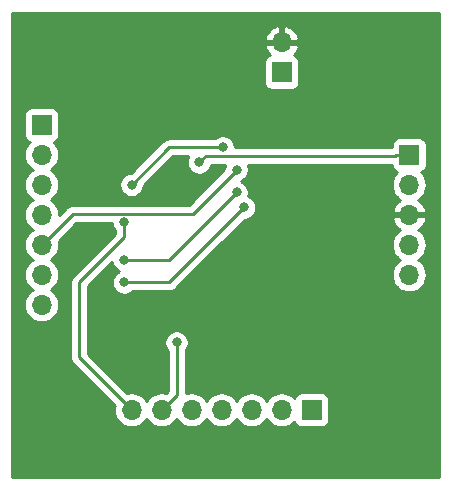
<source format=gbr>
G04 #@! TF.GenerationSoftware,KiCad,Pcbnew,(5.1.4)-1*
G04 #@! TF.CreationDate,2019-11-25T23:53:57+00:00*
G04 #@! TF.ProjectId,KeyPad BCD encoder,4b657950-6164-4204-9243-4420656e636f,rev?*
G04 #@! TF.SameCoordinates,Original*
G04 #@! TF.FileFunction,Copper,L2,Bot*
G04 #@! TF.FilePolarity,Positive*
%FSLAX46Y46*%
G04 Gerber Fmt 4.6, Leading zero omitted, Abs format (unit mm)*
G04 Created by KiCad (PCBNEW (5.1.4)-1) date 2019-11-25 23:53:57*
%MOMM*%
%LPD*%
G04 APERTURE LIST*
%ADD10O,1.700000X1.700000*%
%ADD11R,1.700000X1.700000*%
%ADD12C,0.800000*%
%ADD13C,0.250000*%
%ADD14C,0.254000*%
G04 APERTURE END LIST*
D10*
X156845000Y-71755000D03*
D11*
X156845000Y-74295000D03*
D10*
X167640000Y-91440000D03*
X167640000Y-88900000D03*
X167640000Y-86360000D03*
X167640000Y-83820000D03*
D11*
X167640000Y-81280000D03*
D10*
X144145000Y-102870000D03*
X146685000Y-102870000D03*
X149225000Y-102870000D03*
X151765000Y-102870000D03*
X154305000Y-102870000D03*
X156845000Y-102870000D03*
D11*
X159385000Y-102870000D03*
D10*
X136525000Y-93980000D03*
X136525000Y-91440000D03*
X136525000Y-88900000D03*
X136525000Y-86360000D03*
X136525000Y-83820000D03*
X136525000Y-81280000D03*
D11*
X136525000Y-78740000D03*
D12*
X161290000Y-82550000D03*
X144145000Y-83820000D03*
X151855000Y-80645000D03*
X153035000Y-82550000D03*
X143510000Y-90170000D03*
X153035000Y-84455000D03*
X143510000Y-92075000D03*
X153670000Y-85725000D03*
X147955000Y-97155000D03*
X143510000Y-86995000D03*
X149860000Y-81915000D03*
D13*
X165100000Y-86360000D02*
X161290000Y-82550000D01*
X144145000Y-83820000D02*
X147320000Y-80645000D01*
X147320000Y-80645000D02*
X151855000Y-80645000D01*
X149315001Y-86269999D02*
X153035000Y-82550000D01*
X136525000Y-88900000D02*
X139155001Y-86269999D01*
X139155001Y-86269999D02*
X149315001Y-86269999D01*
X143510000Y-90170000D02*
X147320000Y-90170000D01*
X147320000Y-90170000D02*
X153035000Y-84455000D01*
X143510000Y-92075000D02*
X147320000Y-92075000D01*
X147320000Y-92075000D02*
X153670000Y-85725000D01*
X147955000Y-101600000D02*
X146685000Y-102870000D01*
X147955000Y-97155000D02*
X147955000Y-101600000D01*
X143510000Y-86995000D02*
X143510000Y-88265000D01*
X143510000Y-88265000D02*
X139700000Y-92075000D01*
X139700000Y-98425000D02*
X144145000Y-102870000D01*
X139700000Y-92075000D02*
X139700000Y-98425000D01*
X166540000Y-81280000D02*
X167640000Y-81280000D01*
X166449999Y-81370001D02*
X166540000Y-81280000D01*
X150404999Y-81370001D02*
X166449999Y-81370001D01*
X149860000Y-81915000D02*
X150404999Y-81370001D01*
D14*
G36*
X170130001Y-108535000D02*
G01*
X134035000Y-108535000D01*
X134035000Y-81280000D01*
X135032815Y-81280000D01*
X135061487Y-81571111D01*
X135146401Y-81851034D01*
X135284294Y-82109014D01*
X135469866Y-82335134D01*
X135695986Y-82520706D01*
X135750791Y-82550000D01*
X135695986Y-82579294D01*
X135469866Y-82764866D01*
X135284294Y-82990986D01*
X135146401Y-83248966D01*
X135061487Y-83528889D01*
X135032815Y-83820000D01*
X135061487Y-84111111D01*
X135146401Y-84391034D01*
X135284294Y-84649014D01*
X135469866Y-84875134D01*
X135695986Y-85060706D01*
X135750791Y-85090000D01*
X135695986Y-85119294D01*
X135469866Y-85304866D01*
X135284294Y-85530986D01*
X135146401Y-85788966D01*
X135061487Y-86068889D01*
X135032815Y-86360000D01*
X135061487Y-86651111D01*
X135146401Y-86931034D01*
X135284294Y-87189014D01*
X135469866Y-87415134D01*
X135695986Y-87600706D01*
X135750791Y-87630000D01*
X135695986Y-87659294D01*
X135469866Y-87844866D01*
X135284294Y-88070986D01*
X135146401Y-88328966D01*
X135061487Y-88608889D01*
X135032815Y-88900000D01*
X135061487Y-89191111D01*
X135146401Y-89471034D01*
X135284294Y-89729014D01*
X135469866Y-89955134D01*
X135695986Y-90140706D01*
X135750791Y-90170000D01*
X135695986Y-90199294D01*
X135469866Y-90384866D01*
X135284294Y-90610986D01*
X135146401Y-90868966D01*
X135061487Y-91148889D01*
X135032815Y-91440000D01*
X135061487Y-91731111D01*
X135146401Y-92011034D01*
X135284294Y-92269014D01*
X135469866Y-92495134D01*
X135695986Y-92680706D01*
X135750791Y-92710000D01*
X135695986Y-92739294D01*
X135469866Y-92924866D01*
X135284294Y-93150986D01*
X135146401Y-93408966D01*
X135061487Y-93688889D01*
X135032815Y-93980000D01*
X135061487Y-94271111D01*
X135146401Y-94551034D01*
X135284294Y-94809014D01*
X135469866Y-95035134D01*
X135695986Y-95220706D01*
X135953966Y-95358599D01*
X136233889Y-95443513D01*
X136452050Y-95465000D01*
X136597950Y-95465000D01*
X136816111Y-95443513D01*
X137096034Y-95358599D01*
X137354014Y-95220706D01*
X137580134Y-95035134D01*
X137765706Y-94809014D01*
X137903599Y-94551034D01*
X137988513Y-94271111D01*
X138017185Y-93980000D01*
X137988513Y-93688889D01*
X137903599Y-93408966D01*
X137765706Y-93150986D01*
X137580134Y-92924866D01*
X137354014Y-92739294D01*
X137299209Y-92710000D01*
X137354014Y-92680706D01*
X137580134Y-92495134D01*
X137765706Y-92269014D01*
X137903599Y-92011034D01*
X137988513Y-91731111D01*
X138017185Y-91440000D01*
X137988513Y-91148889D01*
X137903599Y-90868966D01*
X137765706Y-90610986D01*
X137580134Y-90384866D01*
X137354014Y-90199294D01*
X137299209Y-90170000D01*
X137354014Y-90140706D01*
X137580134Y-89955134D01*
X137765706Y-89729014D01*
X137903599Y-89471034D01*
X137988513Y-89191111D01*
X138017185Y-88900000D01*
X137988513Y-88608889D01*
X137965797Y-88534004D01*
X139469803Y-87029999D01*
X142475000Y-87029999D01*
X142475000Y-87096939D01*
X142514774Y-87296898D01*
X142592795Y-87485256D01*
X142706063Y-87654774D01*
X142750001Y-87698712D01*
X142750001Y-87950197D01*
X139189003Y-91511196D01*
X139159999Y-91534999D01*
X139119175Y-91584744D01*
X139065026Y-91650724D01*
X139022058Y-91731111D01*
X138994454Y-91782754D01*
X138950997Y-91926015D01*
X138940000Y-92037668D01*
X138940000Y-92037678D01*
X138936324Y-92075000D01*
X138940000Y-92112323D01*
X138940001Y-98387668D01*
X138936324Y-98425000D01*
X138950998Y-98573985D01*
X138994454Y-98717246D01*
X139065026Y-98849276D01*
X139136201Y-98936002D01*
X139160000Y-98965001D01*
X139188998Y-98988799D01*
X142704203Y-102504005D01*
X142681487Y-102578889D01*
X142652815Y-102870000D01*
X142681487Y-103161111D01*
X142766401Y-103441034D01*
X142904294Y-103699014D01*
X143089866Y-103925134D01*
X143315986Y-104110706D01*
X143573966Y-104248599D01*
X143853889Y-104333513D01*
X144072050Y-104355000D01*
X144217950Y-104355000D01*
X144436111Y-104333513D01*
X144716034Y-104248599D01*
X144974014Y-104110706D01*
X145200134Y-103925134D01*
X145385706Y-103699014D01*
X145415000Y-103644209D01*
X145444294Y-103699014D01*
X145629866Y-103925134D01*
X145855986Y-104110706D01*
X146113966Y-104248599D01*
X146393889Y-104333513D01*
X146612050Y-104355000D01*
X146757950Y-104355000D01*
X146976111Y-104333513D01*
X147256034Y-104248599D01*
X147514014Y-104110706D01*
X147740134Y-103925134D01*
X147925706Y-103699014D01*
X147955000Y-103644209D01*
X147984294Y-103699014D01*
X148169866Y-103925134D01*
X148395986Y-104110706D01*
X148653966Y-104248599D01*
X148933889Y-104333513D01*
X149152050Y-104355000D01*
X149297950Y-104355000D01*
X149516111Y-104333513D01*
X149796034Y-104248599D01*
X150054014Y-104110706D01*
X150280134Y-103925134D01*
X150465706Y-103699014D01*
X150495000Y-103644209D01*
X150524294Y-103699014D01*
X150709866Y-103925134D01*
X150935986Y-104110706D01*
X151193966Y-104248599D01*
X151473889Y-104333513D01*
X151692050Y-104355000D01*
X151837950Y-104355000D01*
X152056111Y-104333513D01*
X152336034Y-104248599D01*
X152594014Y-104110706D01*
X152820134Y-103925134D01*
X153005706Y-103699014D01*
X153035000Y-103644209D01*
X153064294Y-103699014D01*
X153249866Y-103925134D01*
X153475986Y-104110706D01*
X153733966Y-104248599D01*
X154013889Y-104333513D01*
X154232050Y-104355000D01*
X154377950Y-104355000D01*
X154596111Y-104333513D01*
X154876034Y-104248599D01*
X155134014Y-104110706D01*
X155360134Y-103925134D01*
X155545706Y-103699014D01*
X155575000Y-103644209D01*
X155604294Y-103699014D01*
X155789866Y-103925134D01*
X156015986Y-104110706D01*
X156273966Y-104248599D01*
X156553889Y-104333513D01*
X156772050Y-104355000D01*
X156917950Y-104355000D01*
X157136111Y-104333513D01*
X157416034Y-104248599D01*
X157674014Y-104110706D01*
X157900134Y-103925134D01*
X157924607Y-103895313D01*
X157945498Y-103964180D01*
X158004463Y-104074494D01*
X158083815Y-104171185D01*
X158180506Y-104250537D01*
X158290820Y-104309502D01*
X158410518Y-104345812D01*
X158535000Y-104358072D01*
X160235000Y-104358072D01*
X160359482Y-104345812D01*
X160479180Y-104309502D01*
X160589494Y-104250537D01*
X160686185Y-104171185D01*
X160765537Y-104074494D01*
X160824502Y-103964180D01*
X160860812Y-103844482D01*
X160873072Y-103720000D01*
X160873072Y-102020000D01*
X160860812Y-101895518D01*
X160824502Y-101775820D01*
X160765537Y-101665506D01*
X160686185Y-101568815D01*
X160589494Y-101489463D01*
X160479180Y-101430498D01*
X160359482Y-101394188D01*
X160235000Y-101381928D01*
X158535000Y-101381928D01*
X158410518Y-101394188D01*
X158290820Y-101430498D01*
X158180506Y-101489463D01*
X158083815Y-101568815D01*
X158004463Y-101665506D01*
X157945498Y-101775820D01*
X157924607Y-101844687D01*
X157900134Y-101814866D01*
X157674014Y-101629294D01*
X157416034Y-101491401D01*
X157136111Y-101406487D01*
X156917950Y-101385000D01*
X156772050Y-101385000D01*
X156553889Y-101406487D01*
X156273966Y-101491401D01*
X156015986Y-101629294D01*
X155789866Y-101814866D01*
X155604294Y-102040986D01*
X155575000Y-102095791D01*
X155545706Y-102040986D01*
X155360134Y-101814866D01*
X155134014Y-101629294D01*
X154876034Y-101491401D01*
X154596111Y-101406487D01*
X154377950Y-101385000D01*
X154232050Y-101385000D01*
X154013889Y-101406487D01*
X153733966Y-101491401D01*
X153475986Y-101629294D01*
X153249866Y-101814866D01*
X153064294Y-102040986D01*
X153035000Y-102095791D01*
X153005706Y-102040986D01*
X152820134Y-101814866D01*
X152594014Y-101629294D01*
X152336034Y-101491401D01*
X152056111Y-101406487D01*
X151837950Y-101385000D01*
X151692050Y-101385000D01*
X151473889Y-101406487D01*
X151193966Y-101491401D01*
X150935986Y-101629294D01*
X150709866Y-101814866D01*
X150524294Y-102040986D01*
X150495000Y-102095791D01*
X150465706Y-102040986D01*
X150280134Y-101814866D01*
X150054014Y-101629294D01*
X149796034Y-101491401D01*
X149516111Y-101406487D01*
X149297950Y-101385000D01*
X149152050Y-101385000D01*
X148933889Y-101406487D01*
X148715000Y-101472886D01*
X148715000Y-97858711D01*
X148758937Y-97814774D01*
X148872205Y-97645256D01*
X148950226Y-97456898D01*
X148990000Y-97256939D01*
X148990000Y-97053061D01*
X148950226Y-96853102D01*
X148872205Y-96664744D01*
X148758937Y-96495226D01*
X148614774Y-96351063D01*
X148445256Y-96237795D01*
X148256898Y-96159774D01*
X148056939Y-96120000D01*
X147853061Y-96120000D01*
X147653102Y-96159774D01*
X147464744Y-96237795D01*
X147295226Y-96351063D01*
X147151063Y-96495226D01*
X147037795Y-96664744D01*
X146959774Y-96853102D01*
X146920000Y-97053061D01*
X146920000Y-97256939D01*
X146959774Y-97456898D01*
X147037795Y-97645256D01*
X147151063Y-97814774D01*
X147195000Y-97858711D01*
X147195001Y-101285197D01*
X147050995Y-101429203D01*
X146976111Y-101406487D01*
X146757950Y-101385000D01*
X146612050Y-101385000D01*
X146393889Y-101406487D01*
X146113966Y-101491401D01*
X145855986Y-101629294D01*
X145629866Y-101814866D01*
X145444294Y-102040986D01*
X145415000Y-102095791D01*
X145385706Y-102040986D01*
X145200134Y-101814866D01*
X144974014Y-101629294D01*
X144716034Y-101491401D01*
X144436111Y-101406487D01*
X144217950Y-101385000D01*
X144072050Y-101385000D01*
X143853889Y-101406487D01*
X143779005Y-101429203D01*
X140460000Y-98110199D01*
X140460000Y-92389801D01*
X142492066Y-90357736D01*
X142514774Y-90471898D01*
X142592795Y-90660256D01*
X142706063Y-90829774D01*
X142850226Y-90973937D01*
X143019744Y-91087205D01*
X143104953Y-91122500D01*
X143019744Y-91157795D01*
X142850226Y-91271063D01*
X142706063Y-91415226D01*
X142592795Y-91584744D01*
X142514774Y-91773102D01*
X142475000Y-91973061D01*
X142475000Y-92176939D01*
X142514774Y-92376898D01*
X142592795Y-92565256D01*
X142706063Y-92734774D01*
X142850226Y-92878937D01*
X143019744Y-92992205D01*
X143208102Y-93070226D01*
X143408061Y-93110000D01*
X143611939Y-93110000D01*
X143811898Y-93070226D01*
X144000256Y-92992205D01*
X144169774Y-92878937D01*
X144213711Y-92835000D01*
X147282678Y-92835000D01*
X147320000Y-92838676D01*
X147357322Y-92835000D01*
X147357333Y-92835000D01*
X147468986Y-92824003D01*
X147612247Y-92780546D01*
X147744276Y-92709974D01*
X147860001Y-92615001D01*
X147883804Y-92585997D01*
X151569801Y-88900000D01*
X166147815Y-88900000D01*
X166176487Y-89191111D01*
X166261401Y-89471034D01*
X166399294Y-89729014D01*
X166584866Y-89955134D01*
X166810986Y-90140706D01*
X166865791Y-90170000D01*
X166810986Y-90199294D01*
X166584866Y-90384866D01*
X166399294Y-90610986D01*
X166261401Y-90868966D01*
X166176487Y-91148889D01*
X166147815Y-91440000D01*
X166176487Y-91731111D01*
X166261401Y-92011034D01*
X166399294Y-92269014D01*
X166584866Y-92495134D01*
X166810986Y-92680706D01*
X167068966Y-92818599D01*
X167348889Y-92903513D01*
X167567050Y-92925000D01*
X167712950Y-92925000D01*
X167931111Y-92903513D01*
X168211034Y-92818599D01*
X168469014Y-92680706D01*
X168695134Y-92495134D01*
X168880706Y-92269014D01*
X169018599Y-92011034D01*
X169103513Y-91731111D01*
X169132185Y-91440000D01*
X169103513Y-91148889D01*
X169018599Y-90868966D01*
X168880706Y-90610986D01*
X168695134Y-90384866D01*
X168469014Y-90199294D01*
X168414209Y-90170000D01*
X168469014Y-90140706D01*
X168695134Y-89955134D01*
X168880706Y-89729014D01*
X169018599Y-89471034D01*
X169103513Y-89191111D01*
X169132185Y-88900000D01*
X169103513Y-88608889D01*
X169018599Y-88328966D01*
X168880706Y-88070986D01*
X168695134Y-87844866D01*
X168469014Y-87659294D01*
X168404477Y-87624799D01*
X168521355Y-87555178D01*
X168737588Y-87360269D01*
X168911641Y-87126920D01*
X169036825Y-86864099D01*
X169081476Y-86716890D01*
X168960155Y-86487000D01*
X167767000Y-86487000D01*
X167767000Y-86507000D01*
X167513000Y-86507000D01*
X167513000Y-86487000D01*
X166319845Y-86487000D01*
X166198524Y-86716890D01*
X166243175Y-86864099D01*
X166368359Y-87126920D01*
X166542412Y-87360269D01*
X166758645Y-87555178D01*
X166875523Y-87624799D01*
X166810986Y-87659294D01*
X166584866Y-87844866D01*
X166399294Y-88070986D01*
X166261401Y-88328966D01*
X166176487Y-88608889D01*
X166147815Y-88900000D01*
X151569801Y-88900000D01*
X153709802Y-86760000D01*
X153771939Y-86760000D01*
X153971898Y-86720226D01*
X154160256Y-86642205D01*
X154329774Y-86528937D01*
X154473937Y-86384774D01*
X154587205Y-86215256D01*
X154665226Y-86026898D01*
X154705000Y-85826939D01*
X154705000Y-85623061D01*
X154665226Y-85423102D01*
X154587205Y-85234744D01*
X154473937Y-85065226D01*
X154329774Y-84921063D01*
X154160256Y-84807795D01*
X154030771Y-84754160D01*
X154070000Y-84556939D01*
X154070000Y-84353061D01*
X154030226Y-84153102D01*
X153952205Y-83964744D01*
X153838937Y-83795226D01*
X153694774Y-83651063D01*
X153525256Y-83537795D01*
X153440047Y-83502500D01*
X153525256Y-83467205D01*
X153694774Y-83353937D01*
X153838937Y-83209774D01*
X153952205Y-83040256D01*
X154030226Y-82851898D01*
X154070000Y-82651939D01*
X154070000Y-82448061D01*
X154030226Y-82248102D01*
X153981307Y-82130001D01*
X166151928Y-82130001D01*
X166164188Y-82254482D01*
X166200498Y-82374180D01*
X166259463Y-82484494D01*
X166338815Y-82581185D01*
X166435506Y-82660537D01*
X166545820Y-82719502D01*
X166614687Y-82740393D01*
X166584866Y-82764866D01*
X166399294Y-82990986D01*
X166261401Y-83248966D01*
X166176487Y-83528889D01*
X166147815Y-83820000D01*
X166176487Y-84111111D01*
X166261401Y-84391034D01*
X166399294Y-84649014D01*
X166584866Y-84875134D01*
X166810986Y-85060706D01*
X166875523Y-85095201D01*
X166758645Y-85164822D01*
X166542412Y-85359731D01*
X166368359Y-85593080D01*
X166243175Y-85855901D01*
X166198524Y-86003110D01*
X166319845Y-86233000D01*
X167513000Y-86233000D01*
X167513000Y-86213000D01*
X167767000Y-86213000D01*
X167767000Y-86233000D01*
X168960155Y-86233000D01*
X169081476Y-86003110D01*
X169036825Y-85855901D01*
X168911641Y-85593080D01*
X168737588Y-85359731D01*
X168521355Y-85164822D01*
X168404477Y-85095201D01*
X168469014Y-85060706D01*
X168695134Y-84875134D01*
X168880706Y-84649014D01*
X169018599Y-84391034D01*
X169103513Y-84111111D01*
X169132185Y-83820000D01*
X169103513Y-83528889D01*
X169018599Y-83248966D01*
X168880706Y-82990986D01*
X168695134Y-82764866D01*
X168665313Y-82740393D01*
X168734180Y-82719502D01*
X168844494Y-82660537D01*
X168941185Y-82581185D01*
X169020537Y-82484494D01*
X169079502Y-82374180D01*
X169115812Y-82254482D01*
X169128072Y-82130000D01*
X169128072Y-80430000D01*
X169115812Y-80305518D01*
X169079502Y-80185820D01*
X169020537Y-80075506D01*
X168941185Y-79978815D01*
X168844494Y-79899463D01*
X168734180Y-79840498D01*
X168614482Y-79804188D01*
X168490000Y-79791928D01*
X166790000Y-79791928D01*
X166665518Y-79804188D01*
X166545820Y-79840498D01*
X166435506Y-79899463D01*
X166338815Y-79978815D01*
X166259463Y-80075506D01*
X166200498Y-80185820D01*
X166164188Y-80305518D01*
X166151928Y-80430000D01*
X166151928Y-80610001D01*
X152890000Y-80610001D01*
X152890000Y-80543061D01*
X152850226Y-80343102D01*
X152772205Y-80154744D01*
X152658937Y-79985226D01*
X152514774Y-79841063D01*
X152345256Y-79727795D01*
X152156898Y-79649774D01*
X151956939Y-79610000D01*
X151753061Y-79610000D01*
X151553102Y-79649774D01*
X151364744Y-79727795D01*
X151195226Y-79841063D01*
X151151289Y-79885000D01*
X147357322Y-79885000D01*
X147319999Y-79881324D01*
X147282676Y-79885000D01*
X147282667Y-79885000D01*
X147171014Y-79895997D01*
X147027753Y-79939454D01*
X146895723Y-80010026D01*
X146815936Y-80075506D01*
X146779999Y-80104999D01*
X146756201Y-80133997D01*
X144105199Y-82785000D01*
X144043061Y-82785000D01*
X143843102Y-82824774D01*
X143654744Y-82902795D01*
X143485226Y-83016063D01*
X143341063Y-83160226D01*
X143227795Y-83329744D01*
X143149774Y-83518102D01*
X143110000Y-83718061D01*
X143110000Y-83921939D01*
X143149774Y-84121898D01*
X143227795Y-84310256D01*
X143341063Y-84479774D01*
X143485226Y-84623937D01*
X143654744Y-84737205D01*
X143843102Y-84815226D01*
X144043061Y-84855000D01*
X144246939Y-84855000D01*
X144446898Y-84815226D01*
X144635256Y-84737205D01*
X144804774Y-84623937D01*
X144948937Y-84479774D01*
X145062205Y-84310256D01*
X145140226Y-84121898D01*
X145180000Y-83921939D01*
X145180000Y-83859801D01*
X147634802Y-81405000D01*
X148955987Y-81405000D01*
X148942795Y-81424744D01*
X148864774Y-81613102D01*
X148825000Y-81813061D01*
X148825000Y-82016939D01*
X148864774Y-82216898D01*
X148942795Y-82405256D01*
X149056063Y-82574774D01*
X149200226Y-82718937D01*
X149369744Y-82832205D01*
X149558102Y-82910226D01*
X149758061Y-82950000D01*
X149961939Y-82950000D01*
X150161898Y-82910226D01*
X150350256Y-82832205D01*
X150519774Y-82718937D01*
X150663937Y-82574774D01*
X150777205Y-82405256D01*
X150855226Y-82216898D01*
X150872511Y-82130001D01*
X152088693Y-82130001D01*
X152039774Y-82248102D01*
X152000000Y-82448061D01*
X152000000Y-82510198D01*
X149000200Y-85509999D01*
X139192323Y-85509999D01*
X139155000Y-85506323D01*
X139117677Y-85509999D01*
X139117668Y-85509999D01*
X139006015Y-85520996D01*
X138862754Y-85564453D01*
X138730724Y-85635025D01*
X138647084Y-85703667D01*
X138615000Y-85729998D01*
X138591202Y-85758996D01*
X138014765Y-86335433D01*
X137988513Y-86068889D01*
X137903599Y-85788966D01*
X137765706Y-85530986D01*
X137580134Y-85304866D01*
X137354014Y-85119294D01*
X137299209Y-85090000D01*
X137354014Y-85060706D01*
X137580134Y-84875134D01*
X137765706Y-84649014D01*
X137903599Y-84391034D01*
X137988513Y-84111111D01*
X138017185Y-83820000D01*
X137988513Y-83528889D01*
X137903599Y-83248966D01*
X137765706Y-82990986D01*
X137580134Y-82764866D01*
X137354014Y-82579294D01*
X137299209Y-82550000D01*
X137354014Y-82520706D01*
X137580134Y-82335134D01*
X137765706Y-82109014D01*
X137903599Y-81851034D01*
X137988513Y-81571111D01*
X138017185Y-81280000D01*
X137988513Y-80988889D01*
X137903599Y-80708966D01*
X137765706Y-80450986D01*
X137580134Y-80224866D01*
X137550313Y-80200393D01*
X137619180Y-80179502D01*
X137729494Y-80120537D01*
X137826185Y-80041185D01*
X137905537Y-79944494D01*
X137964502Y-79834180D01*
X138000812Y-79714482D01*
X138013072Y-79590000D01*
X138013072Y-77890000D01*
X138000812Y-77765518D01*
X137964502Y-77645820D01*
X137905537Y-77535506D01*
X137826185Y-77438815D01*
X137729494Y-77359463D01*
X137619180Y-77300498D01*
X137499482Y-77264188D01*
X137375000Y-77251928D01*
X135675000Y-77251928D01*
X135550518Y-77264188D01*
X135430820Y-77300498D01*
X135320506Y-77359463D01*
X135223815Y-77438815D01*
X135144463Y-77535506D01*
X135085498Y-77645820D01*
X135049188Y-77765518D01*
X135036928Y-77890000D01*
X135036928Y-79590000D01*
X135049188Y-79714482D01*
X135085498Y-79834180D01*
X135144463Y-79944494D01*
X135223815Y-80041185D01*
X135320506Y-80120537D01*
X135430820Y-80179502D01*
X135499687Y-80200393D01*
X135469866Y-80224866D01*
X135284294Y-80450986D01*
X135146401Y-80708966D01*
X135061487Y-80988889D01*
X135032815Y-81280000D01*
X134035000Y-81280000D01*
X134035000Y-73445000D01*
X155356928Y-73445000D01*
X155356928Y-75145000D01*
X155369188Y-75269482D01*
X155405498Y-75389180D01*
X155464463Y-75499494D01*
X155543815Y-75596185D01*
X155640506Y-75675537D01*
X155750820Y-75734502D01*
X155870518Y-75770812D01*
X155995000Y-75783072D01*
X157695000Y-75783072D01*
X157819482Y-75770812D01*
X157939180Y-75734502D01*
X158049494Y-75675537D01*
X158146185Y-75596185D01*
X158225537Y-75499494D01*
X158284502Y-75389180D01*
X158320812Y-75269482D01*
X158333072Y-75145000D01*
X158333072Y-73445000D01*
X158320812Y-73320518D01*
X158284502Y-73200820D01*
X158225537Y-73090506D01*
X158146185Y-72993815D01*
X158049494Y-72914463D01*
X157939180Y-72855498D01*
X157858534Y-72831034D01*
X157942588Y-72755269D01*
X158116641Y-72521920D01*
X158241825Y-72259099D01*
X158286476Y-72111890D01*
X158165155Y-71882000D01*
X156972000Y-71882000D01*
X156972000Y-71902000D01*
X156718000Y-71902000D01*
X156718000Y-71882000D01*
X155524845Y-71882000D01*
X155403524Y-72111890D01*
X155448175Y-72259099D01*
X155573359Y-72521920D01*
X155747412Y-72755269D01*
X155831466Y-72831034D01*
X155750820Y-72855498D01*
X155640506Y-72914463D01*
X155543815Y-72993815D01*
X155464463Y-73090506D01*
X155405498Y-73200820D01*
X155369188Y-73320518D01*
X155356928Y-73445000D01*
X134035000Y-73445000D01*
X134035000Y-71398110D01*
X155403524Y-71398110D01*
X155524845Y-71628000D01*
X156718000Y-71628000D01*
X156718000Y-70434186D01*
X156972000Y-70434186D01*
X156972000Y-71628000D01*
X158165155Y-71628000D01*
X158286476Y-71398110D01*
X158241825Y-71250901D01*
X158116641Y-70988080D01*
X157942588Y-70754731D01*
X157726355Y-70559822D01*
X157476252Y-70410843D01*
X157201891Y-70313519D01*
X156972000Y-70434186D01*
X156718000Y-70434186D01*
X156488109Y-70313519D01*
X156213748Y-70410843D01*
X155963645Y-70559822D01*
X155747412Y-70754731D01*
X155573359Y-70988080D01*
X155448175Y-71250901D01*
X155403524Y-71398110D01*
X134035000Y-71398110D01*
X134035000Y-69265000D01*
X170130000Y-69265000D01*
X170130001Y-108535000D01*
X170130001Y-108535000D01*
G37*
X170130001Y-108535000D02*
X134035000Y-108535000D01*
X134035000Y-81280000D01*
X135032815Y-81280000D01*
X135061487Y-81571111D01*
X135146401Y-81851034D01*
X135284294Y-82109014D01*
X135469866Y-82335134D01*
X135695986Y-82520706D01*
X135750791Y-82550000D01*
X135695986Y-82579294D01*
X135469866Y-82764866D01*
X135284294Y-82990986D01*
X135146401Y-83248966D01*
X135061487Y-83528889D01*
X135032815Y-83820000D01*
X135061487Y-84111111D01*
X135146401Y-84391034D01*
X135284294Y-84649014D01*
X135469866Y-84875134D01*
X135695986Y-85060706D01*
X135750791Y-85090000D01*
X135695986Y-85119294D01*
X135469866Y-85304866D01*
X135284294Y-85530986D01*
X135146401Y-85788966D01*
X135061487Y-86068889D01*
X135032815Y-86360000D01*
X135061487Y-86651111D01*
X135146401Y-86931034D01*
X135284294Y-87189014D01*
X135469866Y-87415134D01*
X135695986Y-87600706D01*
X135750791Y-87630000D01*
X135695986Y-87659294D01*
X135469866Y-87844866D01*
X135284294Y-88070986D01*
X135146401Y-88328966D01*
X135061487Y-88608889D01*
X135032815Y-88900000D01*
X135061487Y-89191111D01*
X135146401Y-89471034D01*
X135284294Y-89729014D01*
X135469866Y-89955134D01*
X135695986Y-90140706D01*
X135750791Y-90170000D01*
X135695986Y-90199294D01*
X135469866Y-90384866D01*
X135284294Y-90610986D01*
X135146401Y-90868966D01*
X135061487Y-91148889D01*
X135032815Y-91440000D01*
X135061487Y-91731111D01*
X135146401Y-92011034D01*
X135284294Y-92269014D01*
X135469866Y-92495134D01*
X135695986Y-92680706D01*
X135750791Y-92710000D01*
X135695986Y-92739294D01*
X135469866Y-92924866D01*
X135284294Y-93150986D01*
X135146401Y-93408966D01*
X135061487Y-93688889D01*
X135032815Y-93980000D01*
X135061487Y-94271111D01*
X135146401Y-94551034D01*
X135284294Y-94809014D01*
X135469866Y-95035134D01*
X135695986Y-95220706D01*
X135953966Y-95358599D01*
X136233889Y-95443513D01*
X136452050Y-95465000D01*
X136597950Y-95465000D01*
X136816111Y-95443513D01*
X137096034Y-95358599D01*
X137354014Y-95220706D01*
X137580134Y-95035134D01*
X137765706Y-94809014D01*
X137903599Y-94551034D01*
X137988513Y-94271111D01*
X138017185Y-93980000D01*
X137988513Y-93688889D01*
X137903599Y-93408966D01*
X137765706Y-93150986D01*
X137580134Y-92924866D01*
X137354014Y-92739294D01*
X137299209Y-92710000D01*
X137354014Y-92680706D01*
X137580134Y-92495134D01*
X137765706Y-92269014D01*
X137903599Y-92011034D01*
X137988513Y-91731111D01*
X138017185Y-91440000D01*
X137988513Y-91148889D01*
X137903599Y-90868966D01*
X137765706Y-90610986D01*
X137580134Y-90384866D01*
X137354014Y-90199294D01*
X137299209Y-90170000D01*
X137354014Y-90140706D01*
X137580134Y-89955134D01*
X137765706Y-89729014D01*
X137903599Y-89471034D01*
X137988513Y-89191111D01*
X138017185Y-88900000D01*
X137988513Y-88608889D01*
X137965797Y-88534004D01*
X139469803Y-87029999D01*
X142475000Y-87029999D01*
X142475000Y-87096939D01*
X142514774Y-87296898D01*
X142592795Y-87485256D01*
X142706063Y-87654774D01*
X142750001Y-87698712D01*
X142750001Y-87950197D01*
X139189003Y-91511196D01*
X139159999Y-91534999D01*
X139119175Y-91584744D01*
X139065026Y-91650724D01*
X139022058Y-91731111D01*
X138994454Y-91782754D01*
X138950997Y-91926015D01*
X138940000Y-92037668D01*
X138940000Y-92037678D01*
X138936324Y-92075000D01*
X138940000Y-92112323D01*
X138940001Y-98387668D01*
X138936324Y-98425000D01*
X138950998Y-98573985D01*
X138994454Y-98717246D01*
X139065026Y-98849276D01*
X139136201Y-98936002D01*
X139160000Y-98965001D01*
X139188998Y-98988799D01*
X142704203Y-102504005D01*
X142681487Y-102578889D01*
X142652815Y-102870000D01*
X142681487Y-103161111D01*
X142766401Y-103441034D01*
X142904294Y-103699014D01*
X143089866Y-103925134D01*
X143315986Y-104110706D01*
X143573966Y-104248599D01*
X143853889Y-104333513D01*
X144072050Y-104355000D01*
X144217950Y-104355000D01*
X144436111Y-104333513D01*
X144716034Y-104248599D01*
X144974014Y-104110706D01*
X145200134Y-103925134D01*
X145385706Y-103699014D01*
X145415000Y-103644209D01*
X145444294Y-103699014D01*
X145629866Y-103925134D01*
X145855986Y-104110706D01*
X146113966Y-104248599D01*
X146393889Y-104333513D01*
X146612050Y-104355000D01*
X146757950Y-104355000D01*
X146976111Y-104333513D01*
X147256034Y-104248599D01*
X147514014Y-104110706D01*
X147740134Y-103925134D01*
X147925706Y-103699014D01*
X147955000Y-103644209D01*
X147984294Y-103699014D01*
X148169866Y-103925134D01*
X148395986Y-104110706D01*
X148653966Y-104248599D01*
X148933889Y-104333513D01*
X149152050Y-104355000D01*
X149297950Y-104355000D01*
X149516111Y-104333513D01*
X149796034Y-104248599D01*
X150054014Y-104110706D01*
X150280134Y-103925134D01*
X150465706Y-103699014D01*
X150495000Y-103644209D01*
X150524294Y-103699014D01*
X150709866Y-103925134D01*
X150935986Y-104110706D01*
X151193966Y-104248599D01*
X151473889Y-104333513D01*
X151692050Y-104355000D01*
X151837950Y-104355000D01*
X152056111Y-104333513D01*
X152336034Y-104248599D01*
X152594014Y-104110706D01*
X152820134Y-103925134D01*
X153005706Y-103699014D01*
X153035000Y-103644209D01*
X153064294Y-103699014D01*
X153249866Y-103925134D01*
X153475986Y-104110706D01*
X153733966Y-104248599D01*
X154013889Y-104333513D01*
X154232050Y-104355000D01*
X154377950Y-104355000D01*
X154596111Y-104333513D01*
X154876034Y-104248599D01*
X155134014Y-104110706D01*
X155360134Y-103925134D01*
X155545706Y-103699014D01*
X155575000Y-103644209D01*
X155604294Y-103699014D01*
X155789866Y-103925134D01*
X156015986Y-104110706D01*
X156273966Y-104248599D01*
X156553889Y-104333513D01*
X156772050Y-104355000D01*
X156917950Y-104355000D01*
X157136111Y-104333513D01*
X157416034Y-104248599D01*
X157674014Y-104110706D01*
X157900134Y-103925134D01*
X157924607Y-103895313D01*
X157945498Y-103964180D01*
X158004463Y-104074494D01*
X158083815Y-104171185D01*
X158180506Y-104250537D01*
X158290820Y-104309502D01*
X158410518Y-104345812D01*
X158535000Y-104358072D01*
X160235000Y-104358072D01*
X160359482Y-104345812D01*
X160479180Y-104309502D01*
X160589494Y-104250537D01*
X160686185Y-104171185D01*
X160765537Y-104074494D01*
X160824502Y-103964180D01*
X160860812Y-103844482D01*
X160873072Y-103720000D01*
X160873072Y-102020000D01*
X160860812Y-101895518D01*
X160824502Y-101775820D01*
X160765537Y-101665506D01*
X160686185Y-101568815D01*
X160589494Y-101489463D01*
X160479180Y-101430498D01*
X160359482Y-101394188D01*
X160235000Y-101381928D01*
X158535000Y-101381928D01*
X158410518Y-101394188D01*
X158290820Y-101430498D01*
X158180506Y-101489463D01*
X158083815Y-101568815D01*
X158004463Y-101665506D01*
X157945498Y-101775820D01*
X157924607Y-101844687D01*
X157900134Y-101814866D01*
X157674014Y-101629294D01*
X157416034Y-101491401D01*
X157136111Y-101406487D01*
X156917950Y-101385000D01*
X156772050Y-101385000D01*
X156553889Y-101406487D01*
X156273966Y-101491401D01*
X156015986Y-101629294D01*
X155789866Y-101814866D01*
X155604294Y-102040986D01*
X155575000Y-102095791D01*
X155545706Y-102040986D01*
X155360134Y-101814866D01*
X155134014Y-101629294D01*
X154876034Y-101491401D01*
X154596111Y-101406487D01*
X154377950Y-101385000D01*
X154232050Y-101385000D01*
X154013889Y-101406487D01*
X153733966Y-101491401D01*
X153475986Y-101629294D01*
X153249866Y-101814866D01*
X153064294Y-102040986D01*
X153035000Y-102095791D01*
X153005706Y-102040986D01*
X152820134Y-101814866D01*
X152594014Y-101629294D01*
X152336034Y-101491401D01*
X152056111Y-101406487D01*
X151837950Y-101385000D01*
X151692050Y-101385000D01*
X151473889Y-101406487D01*
X151193966Y-101491401D01*
X150935986Y-101629294D01*
X150709866Y-101814866D01*
X150524294Y-102040986D01*
X150495000Y-102095791D01*
X150465706Y-102040986D01*
X150280134Y-101814866D01*
X150054014Y-101629294D01*
X149796034Y-101491401D01*
X149516111Y-101406487D01*
X149297950Y-101385000D01*
X149152050Y-101385000D01*
X148933889Y-101406487D01*
X148715000Y-101472886D01*
X148715000Y-97858711D01*
X148758937Y-97814774D01*
X148872205Y-97645256D01*
X148950226Y-97456898D01*
X148990000Y-97256939D01*
X148990000Y-97053061D01*
X148950226Y-96853102D01*
X148872205Y-96664744D01*
X148758937Y-96495226D01*
X148614774Y-96351063D01*
X148445256Y-96237795D01*
X148256898Y-96159774D01*
X148056939Y-96120000D01*
X147853061Y-96120000D01*
X147653102Y-96159774D01*
X147464744Y-96237795D01*
X147295226Y-96351063D01*
X147151063Y-96495226D01*
X147037795Y-96664744D01*
X146959774Y-96853102D01*
X146920000Y-97053061D01*
X146920000Y-97256939D01*
X146959774Y-97456898D01*
X147037795Y-97645256D01*
X147151063Y-97814774D01*
X147195000Y-97858711D01*
X147195001Y-101285197D01*
X147050995Y-101429203D01*
X146976111Y-101406487D01*
X146757950Y-101385000D01*
X146612050Y-101385000D01*
X146393889Y-101406487D01*
X146113966Y-101491401D01*
X145855986Y-101629294D01*
X145629866Y-101814866D01*
X145444294Y-102040986D01*
X145415000Y-102095791D01*
X145385706Y-102040986D01*
X145200134Y-101814866D01*
X144974014Y-101629294D01*
X144716034Y-101491401D01*
X144436111Y-101406487D01*
X144217950Y-101385000D01*
X144072050Y-101385000D01*
X143853889Y-101406487D01*
X143779005Y-101429203D01*
X140460000Y-98110199D01*
X140460000Y-92389801D01*
X142492066Y-90357736D01*
X142514774Y-90471898D01*
X142592795Y-90660256D01*
X142706063Y-90829774D01*
X142850226Y-90973937D01*
X143019744Y-91087205D01*
X143104953Y-91122500D01*
X143019744Y-91157795D01*
X142850226Y-91271063D01*
X142706063Y-91415226D01*
X142592795Y-91584744D01*
X142514774Y-91773102D01*
X142475000Y-91973061D01*
X142475000Y-92176939D01*
X142514774Y-92376898D01*
X142592795Y-92565256D01*
X142706063Y-92734774D01*
X142850226Y-92878937D01*
X143019744Y-92992205D01*
X143208102Y-93070226D01*
X143408061Y-93110000D01*
X143611939Y-93110000D01*
X143811898Y-93070226D01*
X144000256Y-92992205D01*
X144169774Y-92878937D01*
X144213711Y-92835000D01*
X147282678Y-92835000D01*
X147320000Y-92838676D01*
X147357322Y-92835000D01*
X147357333Y-92835000D01*
X147468986Y-92824003D01*
X147612247Y-92780546D01*
X147744276Y-92709974D01*
X147860001Y-92615001D01*
X147883804Y-92585997D01*
X151569801Y-88900000D01*
X166147815Y-88900000D01*
X166176487Y-89191111D01*
X166261401Y-89471034D01*
X166399294Y-89729014D01*
X166584866Y-89955134D01*
X166810986Y-90140706D01*
X166865791Y-90170000D01*
X166810986Y-90199294D01*
X166584866Y-90384866D01*
X166399294Y-90610986D01*
X166261401Y-90868966D01*
X166176487Y-91148889D01*
X166147815Y-91440000D01*
X166176487Y-91731111D01*
X166261401Y-92011034D01*
X166399294Y-92269014D01*
X166584866Y-92495134D01*
X166810986Y-92680706D01*
X167068966Y-92818599D01*
X167348889Y-92903513D01*
X167567050Y-92925000D01*
X167712950Y-92925000D01*
X167931111Y-92903513D01*
X168211034Y-92818599D01*
X168469014Y-92680706D01*
X168695134Y-92495134D01*
X168880706Y-92269014D01*
X169018599Y-92011034D01*
X169103513Y-91731111D01*
X169132185Y-91440000D01*
X169103513Y-91148889D01*
X169018599Y-90868966D01*
X168880706Y-90610986D01*
X168695134Y-90384866D01*
X168469014Y-90199294D01*
X168414209Y-90170000D01*
X168469014Y-90140706D01*
X168695134Y-89955134D01*
X168880706Y-89729014D01*
X169018599Y-89471034D01*
X169103513Y-89191111D01*
X169132185Y-88900000D01*
X169103513Y-88608889D01*
X169018599Y-88328966D01*
X168880706Y-88070986D01*
X168695134Y-87844866D01*
X168469014Y-87659294D01*
X168404477Y-87624799D01*
X168521355Y-87555178D01*
X168737588Y-87360269D01*
X168911641Y-87126920D01*
X169036825Y-86864099D01*
X169081476Y-86716890D01*
X168960155Y-86487000D01*
X167767000Y-86487000D01*
X167767000Y-86507000D01*
X167513000Y-86507000D01*
X167513000Y-86487000D01*
X166319845Y-86487000D01*
X166198524Y-86716890D01*
X166243175Y-86864099D01*
X166368359Y-87126920D01*
X166542412Y-87360269D01*
X166758645Y-87555178D01*
X166875523Y-87624799D01*
X166810986Y-87659294D01*
X166584866Y-87844866D01*
X166399294Y-88070986D01*
X166261401Y-88328966D01*
X166176487Y-88608889D01*
X166147815Y-88900000D01*
X151569801Y-88900000D01*
X153709802Y-86760000D01*
X153771939Y-86760000D01*
X153971898Y-86720226D01*
X154160256Y-86642205D01*
X154329774Y-86528937D01*
X154473937Y-86384774D01*
X154587205Y-86215256D01*
X154665226Y-86026898D01*
X154705000Y-85826939D01*
X154705000Y-85623061D01*
X154665226Y-85423102D01*
X154587205Y-85234744D01*
X154473937Y-85065226D01*
X154329774Y-84921063D01*
X154160256Y-84807795D01*
X154030771Y-84754160D01*
X154070000Y-84556939D01*
X154070000Y-84353061D01*
X154030226Y-84153102D01*
X153952205Y-83964744D01*
X153838937Y-83795226D01*
X153694774Y-83651063D01*
X153525256Y-83537795D01*
X153440047Y-83502500D01*
X153525256Y-83467205D01*
X153694774Y-83353937D01*
X153838937Y-83209774D01*
X153952205Y-83040256D01*
X154030226Y-82851898D01*
X154070000Y-82651939D01*
X154070000Y-82448061D01*
X154030226Y-82248102D01*
X153981307Y-82130001D01*
X166151928Y-82130001D01*
X166164188Y-82254482D01*
X166200498Y-82374180D01*
X166259463Y-82484494D01*
X166338815Y-82581185D01*
X166435506Y-82660537D01*
X166545820Y-82719502D01*
X166614687Y-82740393D01*
X166584866Y-82764866D01*
X166399294Y-82990986D01*
X166261401Y-83248966D01*
X166176487Y-83528889D01*
X166147815Y-83820000D01*
X166176487Y-84111111D01*
X166261401Y-84391034D01*
X166399294Y-84649014D01*
X166584866Y-84875134D01*
X166810986Y-85060706D01*
X166875523Y-85095201D01*
X166758645Y-85164822D01*
X166542412Y-85359731D01*
X166368359Y-85593080D01*
X166243175Y-85855901D01*
X166198524Y-86003110D01*
X166319845Y-86233000D01*
X167513000Y-86233000D01*
X167513000Y-86213000D01*
X167767000Y-86213000D01*
X167767000Y-86233000D01*
X168960155Y-86233000D01*
X169081476Y-86003110D01*
X169036825Y-85855901D01*
X168911641Y-85593080D01*
X168737588Y-85359731D01*
X168521355Y-85164822D01*
X168404477Y-85095201D01*
X168469014Y-85060706D01*
X168695134Y-84875134D01*
X168880706Y-84649014D01*
X169018599Y-84391034D01*
X169103513Y-84111111D01*
X169132185Y-83820000D01*
X169103513Y-83528889D01*
X169018599Y-83248966D01*
X168880706Y-82990986D01*
X168695134Y-82764866D01*
X168665313Y-82740393D01*
X168734180Y-82719502D01*
X168844494Y-82660537D01*
X168941185Y-82581185D01*
X169020537Y-82484494D01*
X169079502Y-82374180D01*
X169115812Y-82254482D01*
X169128072Y-82130000D01*
X169128072Y-80430000D01*
X169115812Y-80305518D01*
X169079502Y-80185820D01*
X169020537Y-80075506D01*
X168941185Y-79978815D01*
X168844494Y-79899463D01*
X168734180Y-79840498D01*
X168614482Y-79804188D01*
X168490000Y-79791928D01*
X166790000Y-79791928D01*
X166665518Y-79804188D01*
X166545820Y-79840498D01*
X166435506Y-79899463D01*
X166338815Y-79978815D01*
X166259463Y-80075506D01*
X166200498Y-80185820D01*
X166164188Y-80305518D01*
X166151928Y-80430000D01*
X166151928Y-80610001D01*
X152890000Y-80610001D01*
X152890000Y-80543061D01*
X152850226Y-80343102D01*
X152772205Y-80154744D01*
X152658937Y-79985226D01*
X152514774Y-79841063D01*
X152345256Y-79727795D01*
X152156898Y-79649774D01*
X151956939Y-79610000D01*
X151753061Y-79610000D01*
X151553102Y-79649774D01*
X151364744Y-79727795D01*
X151195226Y-79841063D01*
X151151289Y-79885000D01*
X147357322Y-79885000D01*
X147319999Y-79881324D01*
X147282676Y-79885000D01*
X147282667Y-79885000D01*
X147171014Y-79895997D01*
X147027753Y-79939454D01*
X146895723Y-80010026D01*
X146815936Y-80075506D01*
X146779999Y-80104999D01*
X146756201Y-80133997D01*
X144105199Y-82785000D01*
X144043061Y-82785000D01*
X143843102Y-82824774D01*
X143654744Y-82902795D01*
X143485226Y-83016063D01*
X143341063Y-83160226D01*
X143227795Y-83329744D01*
X143149774Y-83518102D01*
X143110000Y-83718061D01*
X143110000Y-83921939D01*
X143149774Y-84121898D01*
X143227795Y-84310256D01*
X143341063Y-84479774D01*
X143485226Y-84623937D01*
X143654744Y-84737205D01*
X143843102Y-84815226D01*
X144043061Y-84855000D01*
X144246939Y-84855000D01*
X144446898Y-84815226D01*
X144635256Y-84737205D01*
X144804774Y-84623937D01*
X144948937Y-84479774D01*
X145062205Y-84310256D01*
X145140226Y-84121898D01*
X145180000Y-83921939D01*
X145180000Y-83859801D01*
X147634802Y-81405000D01*
X148955987Y-81405000D01*
X148942795Y-81424744D01*
X148864774Y-81613102D01*
X148825000Y-81813061D01*
X148825000Y-82016939D01*
X148864774Y-82216898D01*
X148942795Y-82405256D01*
X149056063Y-82574774D01*
X149200226Y-82718937D01*
X149369744Y-82832205D01*
X149558102Y-82910226D01*
X149758061Y-82950000D01*
X149961939Y-82950000D01*
X150161898Y-82910226D01*
X150350256Y-82832205D01*
X150519774Y-82718937D01*
X150663937Y-82574774D01*
X150777205Y-82405256D01*
X150855226Y-82216898D01*
X150872511Y-82130001D01*
X152088693Y-82130001D01*
X152039774Y-82248102D01*
X152000000Y-82448061D01*
X152000000Y-82510198D01*
X149000200Y-85509999D01*
X139192323Y-85509999D01*
X139155000Y-85506323D01*
X139117677Y-85509999D01*
X139117668Y-85509999D01*
X139006015Y-85520996D01*
X138862754Y-85564453D01*
X138730724Y-85635025D01*
X138647084Y-85703667D01*
X138615000Y-85729998D01*
X138591202Y-85758996D01*
X138014765Y-86335433D01*
X137988513Y-86068889D01*
X137903599Y-85788966D01*
X137765706Y-85530986D01*
X137580134Y-85304866D01*
X137354014Y-85119294D01*
X137299209Y-85090000D01*
X137354014Y-85060706D01*
X137580134Y-84875134D01*
X137765706Y-84649014D01*
X137903599Y-84391034D01*
X137988513Y-84111111D01*
X138017185Y-83820000D01*
X137988513Y-83528889D01*
X137903599Y-83248966D01*
X137765706Y-82990986D01*
X137580134Y-82764866D01*
X137354014Y-82579294D01*
X137299209Y-82550000D01*
X137354014Y-82520706D01*
X137580134Y-82335134D01*
X137765706Y-82109014D01*
X137903599Y-81851034D01*
X137988513Y-81571111D01*
X138017185Y-81280000D01*
X137988513Y-80988889D01*
X137903599Y-80708966D01*
X137765706Y-80450986D01*
X137580134Y-80224866D01*
X137550313Y-80200393D01*
X137619180Y-80179502D01*
X137729494Y-80120537D01*
X137826185Y-80041185D01*
X137905537Y-79944494D01*
X137964502Y-79834180D01*
X138000812Y-79714482D01*
X138013072Y-79590000D01*
X138013072Y-77890000D01*
X138000812Y-77765518D01*
X137964502Y-77645820D01*
X137905537Y-77535506D01*
X137826185Y-77438815D01*
X137729494Y-77359463D01*
X137619180Y-77300498D01*
X137499482Y-77264188D01*
X137375000Y-77251928D01*
X135675000Y-77251928D01*
X135550518Y-77264188D01*
X135430820Y-77300498D01*
X135320506Y-77359463D01*
X135223815Y-77438815D01*
X135144463Y-77535506D01*
X135085498Y-77645820D01*
X135049188Y-77765518D01*
X135036928Y-77890000D01*
X135036928Y-79590000D01*
X135049188Y-79714482D01*
X135085498Y-79834180D01*
X135144463Y-79944494D01*
X135223815Y-80041185D01*
X135320506Y-80120537D01*
X135430820Y-80179502D01*
X135499687Y-80200393D01*
X135469866Y-80224866D01*
X135284294Y-80450986D01*
X135146401Y-80708966D01*
X135061487Y-80988889D01*
X135032815Y-81280000D01*
X134035000Y-81280000D01*
X134035000Y-73445000D01*
X155356928Y-73445000D01*
X155356928Y-75145000D01*
X155369188Y-75269482D01*
X155405498Y-75389180D01*
X155464463Y-75499494D01*
X155543815Y-75596185D01*
X155640506Y-75675537D01*
X155750820Y-75734502D01*
X155870518Y-75770812D01*
X155995000Y-75783072D01*
X157695000Y-75783072D01*
X157819482Y-75770812D01*
X157939180Y-75734502D01*
X158049494Y-75675537D01*
X158146185Y-75596185D01*
X158225537Y-75499494D01*
X158284502Y-75389180D01*
X158320812Y-75269482D01*
X158333072Y-75145000D01*
X158333072Y-73445000D01*
X158320812Y-73320518D01*
X158284502Y-73200820D01*
X158225537Y-73090506D01*
X158146185Y-72993815D01*
X158049494Y-72914463D01*
X157939180Y-72855498D01*
X157858534Y-72831034D01*
X157942588Y-72755269D01*
X158116641Y-72521920D01*
X158241825Y-72259099D01*
X158286476Y-72111890D01*
X158165155Y-71882000D01*
X156972000Y-71882000D01*
X156972000Y-71902000D01*
X156718000Y-71902000D01*
X156718000Y-71882000D01*
X155524845Y-71882000D01*
X155403524Y-72111890D01*
X155448175Y-72259099D01*
X155573359Y-72521920D01*
X155747412Y-72755269D01*
X155831466Y-72831034D01*
X155750820Y-72855498D01*
X155640506Y-72914463D01*
X155543815Y-72993815D01*
X155464463Y-73090506D01*
X155405498Y-73200820D01*
X155369188Y-73320518D01*
X155356928Y-73445000D01*
X134035000Y-73445000D01*
X134035000Y-71398110D01*
X155403524Y-71398110D01*
X155524845Y-71628000D01*
X156718000Y-71628000D01*
X156718000Y-70434186D01*
X156972000Y-70434186D01*
X156972000Y-71628000D01*
X158165155Y-71628000D01*
X158286476Y-71398110D01*
X158241825Y-71250901D01*
X158116641Y-70988080D01*
X157942588Y-70754731D01*
X157726355Y-70559822D01*
X157476252Y-70410843D01*
X157201891Y-70313519D01*
X156972000Y-70434186D01*
X156718000Y-70434186D01*
X156488109Y-70313519D01*
X156213748Y-70410843D01*
X155963645Y-70559822D01*
X155747412Y-70754731D01*
X155573359Y-70988080D01*
X155448175Y-71250901D01*
X155403524Y-71398110D01*
X134035000Y-71398110D01*
X134035000Y-69265000D01*
X170130000Y-69265000D01*
X170130001Y-108535000D01*
M02*

</source>
